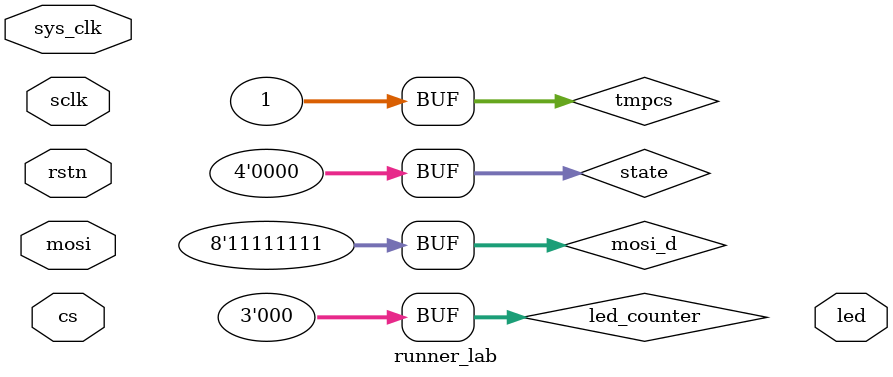
<source format=v>
module runner_lab (
    output [5:0] led,
    input rstn,
    input sys_clk,
    input cs,
    input mosi,
    input sclk
);

parameter reg_width = 8;
parameter counter_width = $clog2(reg_width);
parameter reset = 0;
parameter idle = 1;
parameter load = 2;
parameter transact1 = 3;
parameter transact2 = 4;
parameter unload = 5;
integer tmpcs = 1;
reg [reg_width - 1:0] mosi_d;
reg [counter_width:0] count;
reg [3:0] state;
reg [2:0] led_counter;

initial 
    begin 
        led_counter <= 0;
        mosi_d <= -1;
        state <= 0;
    end

endmodule
</source>
